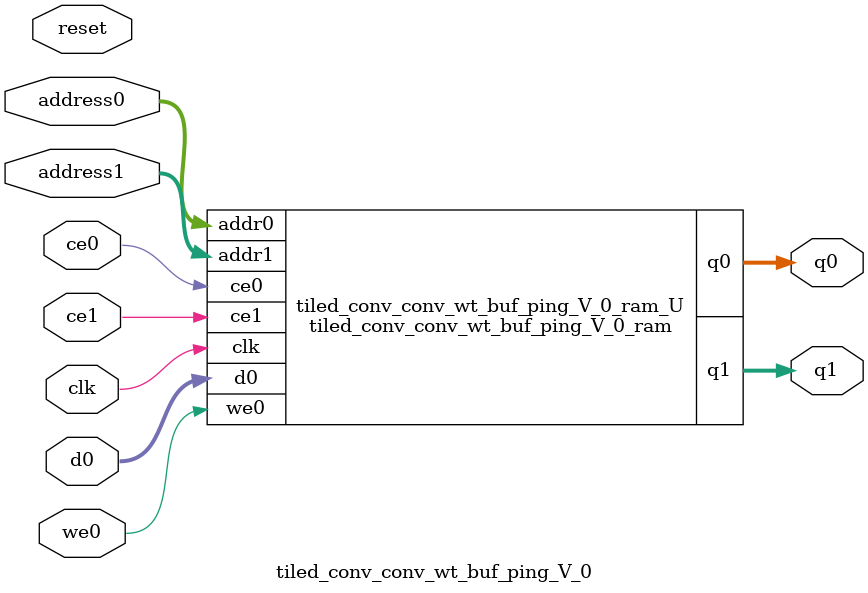
<source format=v>
`timescale 1 ns / 1 ps
module tiled_conv_conv_wt_buf_ping_V_0_ram (addr0, ce0, d0, we0, q0, addr1, ce1, q1,  clk);

parameter DWIDTH = 16;
parameter AWIDTH = 7;
parameter MEM_SIZE = 84;

input[AWIDTH-1:0] addr0;
input ce0;
input[DWIDTH-1:0] d0;
input we0;
output reg[DWIDTH-1:0] q0;
input[AWIDTH-1:0] addr1;
input ce1;
output reg[DWIDTH-1:0] q1;
input clk;

reg [DWIDTH-1:0] ram[0:MEM_SIZE-1];




always @(posedge clk)  
begin 
    if (ce0) begin
        if (we0) 
            ram[addr0] <= d0; 
        q0 <= ram[addr0];
    end
end


always @(posedge clk)  
begin 
    if (ce1) begin
        q1 <= ram[addr1];
    end
end


endmodule

`timescale 1 ns / 1 ps
module tiled_conv_conv_wt_buf_ping_V_0(
    reset,
    clk,
    address0,
    ce0,
    we0,
    d0,
    q0,
    address1,
    ce1,
    q1);

parameter DataWidth = 32'd16;
parameter AddressRange = 32'd84;
parameter AddressWidth = 32'd7;
input reset;
input clk;
input[AddressWidth - 1:0] address0;
input ce0;
input we0;
input[DataWidth - 1:0] d0;
output[DataWidth - 1:0] q0;
input[AddressWidth - 1:0] address1;
input ce1;
output[DataWidth - 1:0] q1;



tiled_conv_conv_wt_buf_ping_V_0_ram tiled_conv_conv_wt_buf_ping_V_0_ram_U(
    .clk( clk ),
    .addr0( address0 ),
    .ce0( ce0 ),
    .we0( we0 ),
    .d0( d0 ),
    .q0( q0 ),
    .addr1( address1 ),
    .ce1( ce1 ),
    .q1( q1 ));

endmodule


</source>
